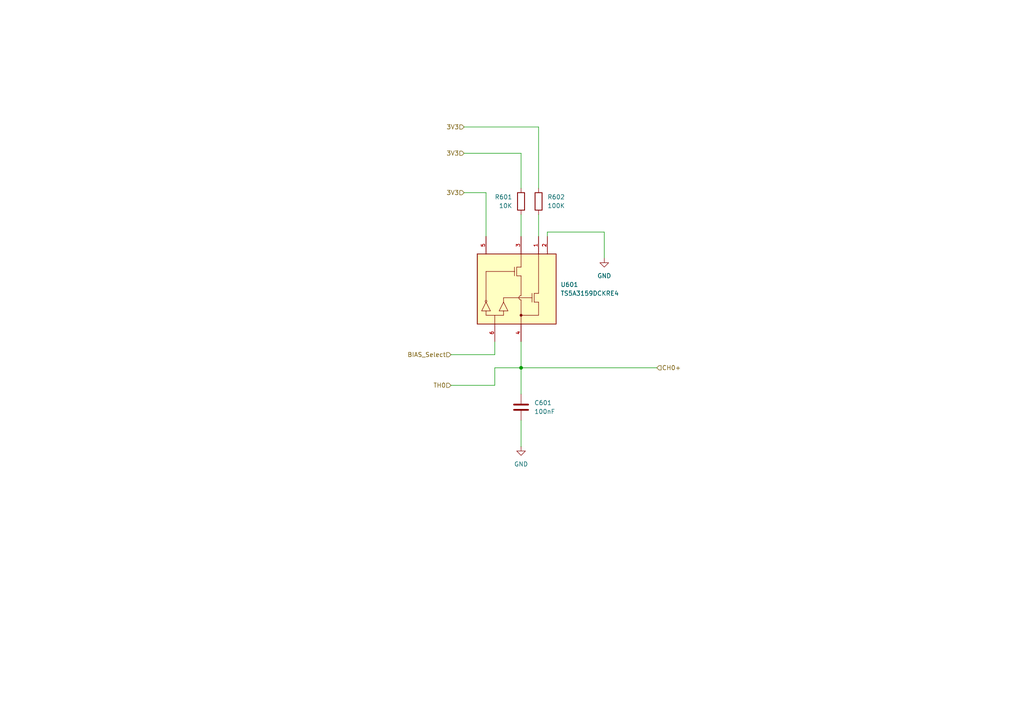
<source format=kicad_sch>
(kicad_sch (version 20250114) (generator "eeschema") (generator_version "9.0")
  (paper "A4")
  (lib_symbols
    (symbol "Device:C" (pin_numbers (hide yes)) (pin_names (offset 0.254))
      (property "Reference" "C" (at 0.635 2.54 0))
      (property "Value" "C" (at 0.635 -2.54 0))
      (symbol "C_0_1"
        (polyline (pts (xy -2.032 0.762) (xy 2.032 0.762)) (stroke (width 0.508)))
        (polyline (pts (xy -2.032 -0.762) (xy 2.032 -0.762)) (stroke (width 0.508)))
      )
      (symbol "C_1_1"
        (pin passive line (at 0 3.81 270) (length 2.794) (name "~") (number "1"))
        (pin passive line (at 0 -3.81 90) (length 2.794) (name "~") (number "2"))
      )
    )
    (symbol "Device:R" (pin_numbers (hide yes)) (pin_names (offset 0))
      (property "Reference" "R" (at 2.032 0 90))
      (property "Value" "R" (at 0 0 90))
      (symbol "R_0_1"
        (rectangle (start -1.016 -2.54) (end 1.016 2.54) (stroke (width 0.254)))
      )
      (symbol "R_1_1"
        (pin passive line (at 0 3.81 270) (length 1.27) (name "~") (number "1"))
        (pin passive line (at 0 -3.81 90) (length 1.27) (name "~") (number "2"))
      )
    )
    (symbol "TS5A3159DCKRE4:TS5A3159DCKRE4" (pin_names (offset 1.016))
      (property "Reference" "U" (at -10.16 10.922 0))
      (property "Value" "TS5A3159DCKRE4" (at -10.16 -13.462 0))
      (symbol "TS5A3159DCKRE4_0_0"
        (polyline (pts (xy -10.16 5.08) (xy -7.62 5.08)) (stroke (width 0.1524)))
        (polyline (pts (xy -10.16 -2.54) (xy -7.62 -2.54)) (stroke (width 0.1524)))
        (rectangle (start -10.16 -12.7) (end 10.16 10.16) (stroke (width 0.254)) (fill (type background)))
        (polyline (pts (xy -7.62 7.62) (xy -7.62 5.08)) (stroke (width 0.1524)))
        (polyline (pts (xy -7.62 7.62) (xy -6.35 7.62)) (stroke (width 0.1524)))
        (polyline (pts (xy -7.62 5.08) (xy -7.62 2.54)) (stroke (width 0.1524)))
        (polyline (pts (xy -7.62 2.54) (xy -6.35 2.54)) (stroke (width 0.1524)))
        (circle (center -7.62 -2.54) (radius 0.2032) (stroke (width 0.4064)))
        (polyline (pts (xy -7.62 -2.54) (xy -7.62 -7.62)) (stroke (width 0.1524)))
        (polyline (pts (xy -7.62 -2.54) (xy -3.175 -2.54)) (stroke (width 0.1524)))
        (polyline (pts (xy -7.62 -7.62) (xy -3.81 -7.62)) (stroke (width 0.1524)))
        (polyline (pts (xy -6.35 8.89) (xy -6.35 7.62)) (stroke (width 0.1524)))
        (polyline (pts (xy -6.35 7.62) (xy -6.35 6.35)) (stroke (width 0.1524)))
        (polyline (pts (xy -6.35 6.35) (xy -3.81 7.62)) (stroke (width 0.1524)))
        (polyline (pts (xy -6.35 3.81) (xy -6.35 2.54)) (stroke (width 0.1524)))
        (polyline (pts (xy -6.35 2.54) (xy -6.35 1.27)) (stroke (width 0.1524)))
        (polyline (pts (xy -6.35 1.27) (xy -3.81 2.54)) (stroke (width 0.1524)))
        (polyline (pts (xy -3.81 7.62) (xy -6.35 8.89)) (stroke (width 0.1524)))
        (polyline (pts (xy -3.81 2.54) (xy -6.35 3.81)) (stroke (width 0.1524)))
        (polyline (pts (xy -3.81 -5.715) (xy -2.54 -5.715)) (stroke (width 0.1524)))
        (polyline (pts (xy -3.81 -6.35) (xy -1.27 -6.35)) (stroke (width 0.1524)))
        (polyline (pts (xy -3.81 -7.62) (xy -3.81 -6.35)) (stroke (width 0.1524)))
        (circle (center -3.556 7.62) (radius 0.254) (stroke (width 0.1524)))
        (polyline (pts (xy -3.302 7.62) (xy 5.08 7.62)) (stroke (width 0.1524)))
        (polyline (pts (xy -2.54 2.54) (xy -3.81 2.54)) (stroke (width 0.1524)))
        (polyline (pts (xy -2.54 2.54) (xy -2.54 -1.905)) (stroke (width 0.1524)))
        (polyline (pts (xy -2.54 -1.905) (xy -2.54 -5.715)) (stroke (width 0.1524)))
        (arc (start -3.175 -2.54) (mid -2.989 -2.091) (end -2.54 -1.905) (stroke (width 0.1524)))
        (arc (start -2.54 -1.905) (mid -2.091 -2.091) (end -1.905 -2.54) (stroke (width 0.1524)))
        (polyline (pts (xy -2.54 -5.715) (xy -1.27 -5.715)) (stroke (width 0.1524)))
        (polyline (pts (xy -1.905 -2.54) (xy 3.81 -2.54)) (stroke (width 0.1524)))
        (polyline (pts (xy -1.27 -6.35) (xy -1.27 -7.62)) (stroke (width 0.1524)))
        (polyline (pts (xy 3.81 -0.635) (xy 5.08 -0.635)) (stroke (width 0.1524)))
        (polyline (pts (xy 3.81 -1.27) (xy 6.35 -1.27)) (stroke (width 0.1524)))
        (polyline (pts (xy 3.81 -2.54) (xy 3.81 -1.27)) (stroke (width 0.1524)))
        (polyline (pts (xy 5.08 7.62) (xy 5.08 -0.635)) (stroke (width 0.1524)))
        (polyline (pts (xy 5.08 -0.635) (xy 6.35 -0.635)) (stroke (width 0.1524)))
        (polyline (pts (xy 6.35 -1.27) (xy 6.35 -2.54)) (stroke (width 0.1524)))
        (polyline (pts (xy 10.16 -2.54) (xy 6.35 -2.54)) (stroke (width 0.1524)))
        (polyline (pts (xy 10.16 -7.62) (xy -1.27 -7.62)) (stroke (width 0.1524)))
        (pin input line (at -15.24 5.08 0) (length 5.08) (name "~") (number "6"))
        (pin bidirectional line (at -15.24 -2.54 0) (length 5.08) (name "~") (number "4"))
        (pin power_in line (at 15.24 7.62 180) (length 5.08) (name "~") (number "5"))
        (pin bidirectional line (at 15.24 -2.54 180) (length 5.08) (name "~") (number "3"))
        (pin bidirectional line (at 15.24 -7.62 180) (length 5.08) (name "~") (number "1"))
        (pin power_in line (at 15.24 -10.16 180) (length 5.08) (name "~") (number "2"))
      )
    )
    (symbol "power:GND" (power) (pin_numbers (hide yes)) (pin_names (offset 0) (hide yes))
      (property "Value" "GND" (at 0 -3.81 0))
      (symbol "GND_0_1"
        (polyline (pts (xy 0 0) (xy 0 -1.27) (xy 1.27 -1.27) (xy 0 -2.54) (xy -1.27 -1.27) (xy 0 -1.27)))
      )
      (symbol "GND_1_1"
        (pin power_in line (at 0 0 270) (length 0) (name "~") (number "1"))
      )
    )
  )
  (junction (at 151.13 106.68))
  (wire (pts (xy 151.13 99.06) (xy 151.13 106.68)))
  (wire (pts (xy 143.51 106.68) (xy 151.13 106.68)))
  (wire (pts (xy 158.75 68.58) (xy 158.75 67.31)))
  (wire (pts (xy 130.81 102.87) (xy 143.51 102.87)))
  (wire (pts (xy 151.13 44.45) (xy 151.13 54.61)))
  (wire (pts (xy 134.62 44.45) (xy 151.13 44.45)))
  (wire (pts (xy 156.21 36.83) (xy 156.21 54.61)))
  (wire (pts (xy 140.97 68.58) (xy 140.97 55.88)))
  (wire (pts (xy 151.13 62.23) (xy 151.13 68.58)))
  (wire (pts (xy 134.62 55.88) (xy 140.97 55.88)))
  (wire (pts (xy 143.51 106.68) (xy 143.51 111.76)))
  (wire (pts (xy 151.13 121.92) (xy 151.13 129.54)))
  (wire (pts (xy 158.75 67.31) (xy 175.26 67.31)))
  (wire (pts (xy 151.13 106.68) (xy 151.13 114.3)))
  (wire (pts (xy 151.13 106.68) (xy 190.5 106.68)))
  (wire (pts (xy 175.26 67.31) (xy 175.26 74.93)))
  (wire (pts (xy 130.81 111.76) (xy 143.51 111.76)))
  (wire (pts (xy 143.51 99.06) (xy 143.51 102.87)))
  (wire (pts (xy 134.62 36.83) (xy 156.21 36.83)))
  (wire (pts (xy 156.21 62.23) (xy 156.21 68.58)))
  (hierarchical_label "CH0+" (shape input) (at 190.5 106.68 0))
  (hierarchical_label "BIAS_Select" (shape input) (at 130.81 102.87 180))
  (hierarchical_label "3V3" (shape input) (at 134.62 55.88 180))
  (hierarchical_label "TH0" (shape input) (at 130.81 111.76 180))
  (hierarchical_label "3V3" (shape input) (at 134.62 36.83 180))
  (hierarchical_label "3V3" (shape input) (at 134.62 44.45 180))
  (symbol (lib_id "Device:R") (at 156.21 58.42 0) (unit 1)
    (property "Reference" "R602" (at 158.75 57.1499 0) (effects (justify left)))
    (property "Value" "100K" (at 158.75 59.6899 0) (effects (justify left)))
    (property "Description" "Resistor" (effects (hide yes)))
  )
  (symbol (lib_id "power:GND") (at 175.26 74.93 0) (unit 1)
    (property "Reference" "#PWR0602" (effects (hide yes)))
    (property "Value" "GND" (at 175.26 80.01 0))
    (property "Description" "Power symbol creates a global label with name \"GND\" , ground" (effects (hide yes)))
  )
  (symbol (lib_id "Device:C") (at 151.13 118.11 0) (unit 1)
    (property "Reference" "C601" (at 154.94 116.8399 0) (effects (justify left)))
    (property "Value" "100nF" (at 154.94 119.3799 0) (effects (justify left)))
    (property "Description" "Unpolarized capacitor" (effects (hide yes)))
  )
  (symbol (lib_id "Device:R") (at 151.13 58.42 0) (mirror y) (unit 1)
    (property "Reference" "R601" (at 148.59 57.1499 0) (effects (justify left)))
    (property "Value" "10K" (at 148.59 59.6899 0) (effects (justify left)))
    (property "Description" "Resistor" (effects (hide yes)))
  )
  (symbol (lib_id "TS5A3159DCKRE4:TS5A3159DCKRE4") (at 148.59 83.82 90) (unit 1)
    (property "Reference" "U601" (at 162.56 82.5499 90) (effects (justify right)))
    (property "Value" "TS5A3159DCKRE4" (at 162.56 85.0899 90) (effects (justify right)))
    (property "Footprint" "ThermoDAQ:SOT65P210X110-6N" (effects (hide yes)))
    (property "MF" "Texas Instruments" (effects (hide yes)))
    (property "MAXIMUM_PACKAGE_HEIGHT" "1.1mm" (effects (hide yes)))
    (property "Package" "SOT-SC70-6 Texas Instruments" (effects (hide yes)))
    (property "Price" "None" (effects (hide yes)))
    (property "Check_prices" "https://www.snapeda.com/parts/TS5A3159DCKRE4/Texas+Instruments/view-part/?ref=eda" (effects (hide yes)))
    (property "STANDARD" "IPC-7351B" (effects (hide yes)))
    (property "PARTREV" "D" (effects (hide yes)))
    (property "SnapEDA_Link" "https://www.snapeda.com/parts/TS5A3159DCKRE4/Texas+Instruments/view-part/?ref=snap" (effects (hide yes)))
    (property "MP" "TS5A3159DCKRE4" (effects (hide yes)))
    (property "Description_1" "1-?, 5-V, 2:1 (SPDT), 1-channel analog switch 6-SC70 -40 to 85" (effects (hide yes)))
    (property "Availability" "In Stock" (effects (hide yes)))
    (property "MANUFACTURER" "Texas Instruments" (effects (hide yes)))
  )
  (symbol (lib_id "power:GND") (at 151.13 129.54 0) (unit 1)
    (property "Reference" "#PWR0601" (effects (hide yes)))
    (property "Value" "GND" (at 151.13 134.62 0))
    (property "Description" "Power symbol creates a global label with name \"GND\" , ground" (effects (hide yes)))
  )
)
</source>
